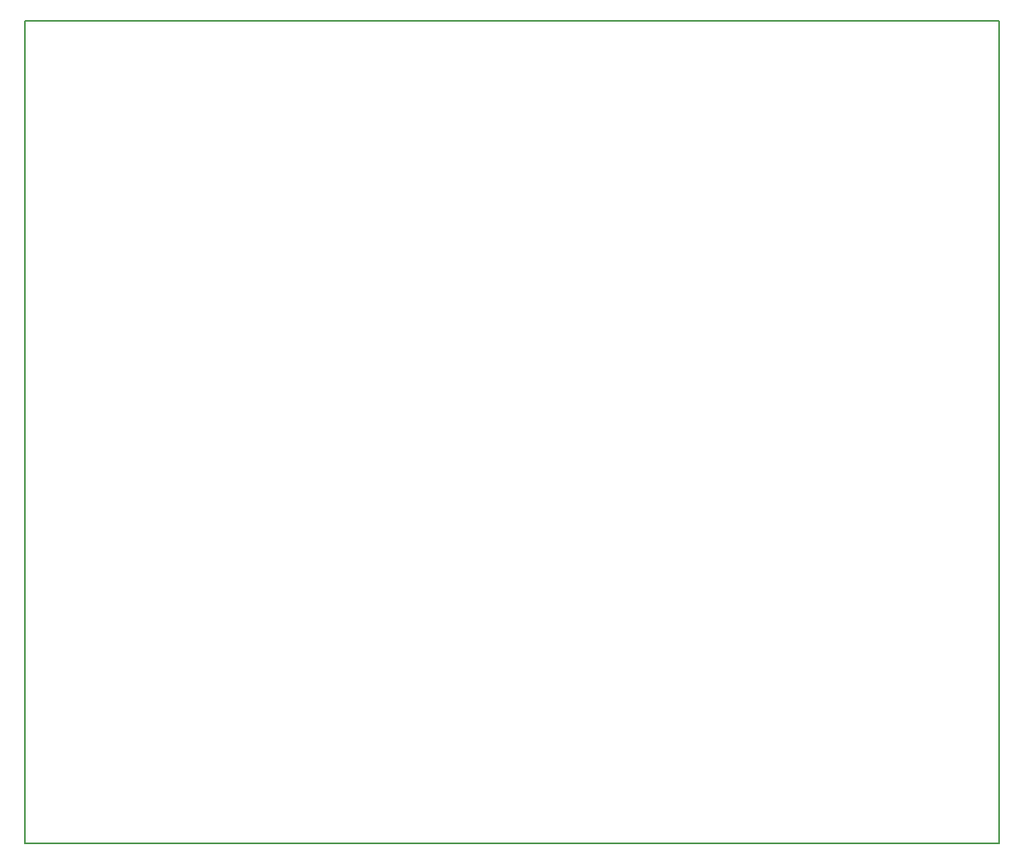
<source format=gbr>
%TF.GenerationSoftware,Novarm,DipTrace,3.1.0.1*%
%TF.CreationDate,2017-07-10T10:23:41+02:00*%
%FSLAX26Y26*%
%MOIN*%
%TF.FileFunction,Profile*%
%TF.Part,Single*%
%ADD11C,0.006*%
G75*
G01*
%LPD*%
X394000Y394000D2*
D11*
X4437307D1*
Y3811323D1*
X394000D1*
Y394000D1*
M02*

</source>
